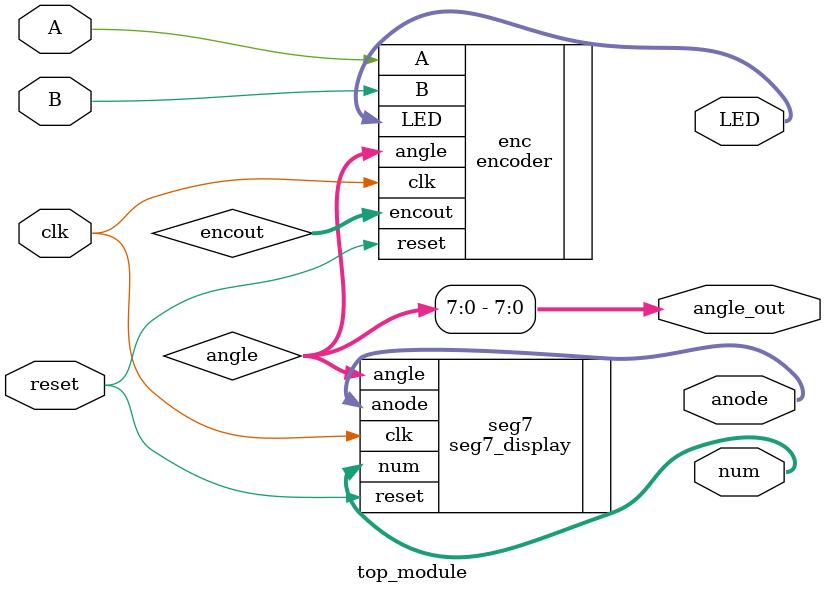
<source format=v>
module top_module(
	input clk,
	input A,
	input B,
	input reset,
	output [1:0] LED,
	output [3:0] anode,
	output [7:0] angle_out,
	output [7:0] num
    );
  
	wire [8:0] angle; 
	wire [7:0] encout;
	assign angle_out = angle[7:0];
	encoder enc(.clk(clk), .A(A), .B(B), .reset(reset), .angle(angle), .encout(encout), .LED(LED));
	seg7_display seg7(.clk(clk), .reset(reset), .angle(angle), .anode(anode), .num(num));

endmodule

</source>
